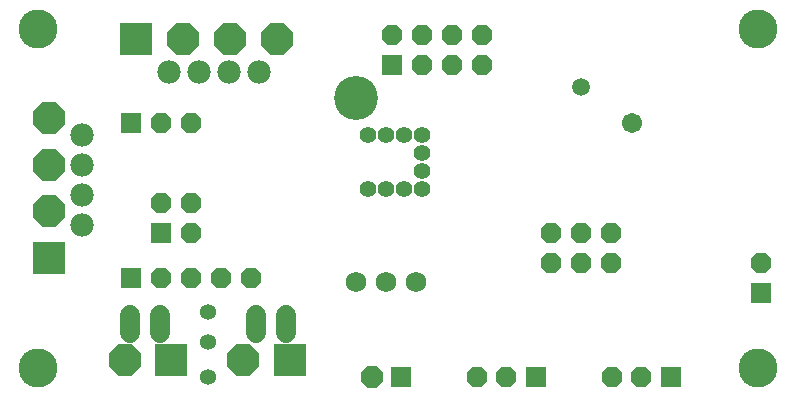
<source format=gbr>
G04 EAGLE Gerber RS-274X export*
G75*
%MOMM*%
%FSLAX34Y34*%
%LPD*%
%INSoldermask Bottom*%
%IPPOS*%
%AMOC8*
5,1,8,0,0,1.08239X$1,22.5*%
G01*
%ADD10C,3.303200*%
%ADD11P,1.869504X8X202.500000*%
%ADD12R,2.753200X2.753200*%
%ADD13P,2.980036X8X292.500000*%
%ADD14P,2.980036X8X202.500000*%
%ADD15R,1.803400X1.803400*%
%ADD16P,1.951982X8X112.500000*%
%ADD17R,1.727200X1.727200*%
%ADD18P,1.869504X8X112.500000*%
%ADD19P,2.980036X8X112.500000*%
%ADD20C,1.727200*%
%ADD21C,1.981200*%
%ADD22C,1.727200*%
%ADD23P,1.869504X8X22.500000*%
%ADD24C,1.511200*%
%ADD25C,1.411200*%
%ADD26C,1.361200*%
%ADD27C,3.719200*%
%ADD28C,1.711200*%


D10*
X35560Y38100D03*
X35560Y325000D03*
X645160Y38100D03*
X645160Y325000D03*
D11*
X520700Y152400D03*
X520700Y127000D03*
X495300Y152400D03*
X495300Y127000D03*
X469900Y152400D03*
X469900Y127000D03*
D12*
X148070Y44450D03*
D13*
X108470Y44450D03*
D12*
X248400Y44450D03*
D13*
X208800Y44450D03*
D12*
X44450Y131100D03*
D14*
X44450Y170700D03*
X44450Y210300D03*
X44450Y249900D03*
D15*
X342700Y30480D03*
D16*
X317700Y30480D03*
D17*
X571100Y30480D03*
D18*
X546100Y30480D03*
X521100Y30480D03*
D17*
X456800Y30480D03*
D18*
X431800Y30480D03*
X406800Y30480D03*
D12*
X118400Y316230D03*
D19*
X158000Y316230D03*
X197600Y316230D03*
X237200Y316230D03*
D20*
X304800Y110490D03*
X330200Y110490D03*
X355600Y110490D03*
D21*
X72390Y158750D03*
X72390Y184150D03*
X72390Y209550D03*
X72390Y234950D03*
X146050Y288290D03*
X171450Y288290D03*
X196850Y288290D03*
X222250Y288290D03*
D22*
X138430Y82550D02*
X138430Y67310D01*
X113030Y67310D02*
X113030Y82550D01*
X245110Y82550D02*
X245110Y67310D01*
X219710Y67310D02*
X219710Y82550D01*
D17*
X139700Y152400D03*
D23*
X139700Y177800D03*
X165100Y152400D03*
X165100Y177800D03*
D17*
X114300Y245110D03*
D18*
X139700Y245110D03*
X165100Y245110D03*
D17*
X335280Y294640D03*
D23*
X335280Y320040D03*
X360680Y294640D03*
X360680Y320040D03*
X386080Y294640D03*
X386080Y320040D03*
X411480Y294640D03*
X411480Y320040D03*
D17*
X647700Y101600D03*
D11*
X647700Y127000D03*
D17*
X114300Y114300D03*
D18*
X139700Y114300D03*
X165100Y114300D03*
X190500Y114300D03*
X215900Y114300D03*
D24*
X495300Y275590D03*
D25*
X360680Y219710D03*
X330200Y189230D03*
X314960Y189230D03*
X345440Y189230D03*
X360680Y189230D03*
X314960Y234950D03*
X330200Y234950D03*
X345440Y234950D03*
X360680Y234950D03*
X360680Y204470D03*
D26*
X179070Y85090D03*
X179070Y30480D03*
X179070Y59690D03*
D27*
X304800Y266700D03*
D28*
X538480Y245110D03*
M02*

</source>
